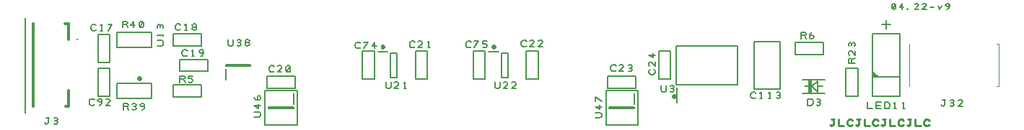
<source format=gto>
G04 DesignSpark PCB Gerber Version 10.0 Build 5299*
G04 #@! TF.Part,Single*
G04 #@! TF.FileFunction,Legend,Top*
G04 #@! TF.FilePolarity,Positive*
%FSLAX35Y35*%
%MOMM*%
%ADD95C,0.10000*%
%ADD93C,0.12700*%
%ADD14C,0.20000*%
%ADD94C,0.25000*%
%ADD10C,0.30000*%
%ADD12C,0.40000*%
G04 #@! TD.AperFunction*
X0Y0D02*
D02*
D10*
X552050Y1856800D02*
Y881800D01*
X972050Y1069300D02*
Y881800D01*
X933500D01*
X972050Y1669300D02*
Y1856800D01*
X927150D01*
D02*
D12*
X1801250Y1210750D02*
X1807500Y1217000D01*
X1801250Y1223250D01*
X1795000Y1217000D01*
X1801250Y1210750D01*
X4656250Y1581750D02*
X4662500Y1588000D01*
X4656250Y1594250D01*
X4650000Y1588000D01*
X4656250Y1581750D01*
X5957250D02*
X5963500Y1588000D01*
X5957250Y1594250D01*
X5951000Y1588000D01*
X5957250Y1581750D01*
X8075930Y1010530D02*
X8069680Y1004280D01*
X8075930Y998030D01*
X8082180Y1004280D01*
X8075930Y1010530D01*
X9667600Y1182800D02*
Y1055800D01*
D02*
D14*
X462180Y1929280D02*
Y811280D01*
X692180Y690530D02*
X698430Y684280D01*
X710930Y678030D01*
X723430Y684280D01*
X729680Y690530D01*
Y753030D01*
X742180D01*
X729680D02*
X704680D01*
X798430Y684280D02*
X810930Y678030D01*
X823430D01*
X835930Y684280D01*
X842180Y696780D01*
X835930Y709280D01*
X823430Y715530D01*
X810930D01*
X823430D02*
X835930Y721780D01*
X842180Y734280D01*
X835930Y746780D01*
X823430Y753030D01*
X810930D01*
X798430Y746780D01*
X1072050Y1669300D02*
G75*
G03*
Y1679300I0J5000D01*
G01*
Y1669300D02*
G75*
G02*
Y1679300I0J5000D01*
G01*
Y1669300D02*
Y1679300D02*
G75*
G02*
Y1669300I0J-5000D01*
G01*
X1274680Y910530D02*
X1268430Y904280D01*
X1255930Y898030D01*
X1237180D01*
X1224680Y904280D01*
X1218430Y910530D01*
X1212180Y923030D01*
Y948030D01*
X1218430Y960530D01*
X1224680Y966780D01*
X1237180Y973030D01*
X1255930D01*
X1268430Y966780D01*
X1274680Y960530D01*
X1330930Y898030D02*
X1343430Y904280D01*
X1355930Y916780D01*
X1362180Y935530D01*
Y954280D01*
X1355930Y966780D01*
X1343430Y973030D01*
X1330930D01*
X1318430Y966780D01*
X1312180Y954280D01*
X1318430Y941780D01*
X1330930Y935530D01*
X1343430D01*
X1355930Y941780D01*
X1362180Y954280D01*
X1462180Y898030D02*
X1412180D01*
X1455930Y941780D01*
X1462180Y954280D01*
X1455930Y966780D01*
X1443430Y973030D01*
X1424680D01*
X1412180Y966780D01*
X1294680Y1790530D02*
X1288430Y1784280D01*
X1275930Y1778030D01*
X1257180D01*
X1244680Y1784280D01*
X1238430Y1790530D01*
X1232180Y1803030D01*
Y1828030D01*
X1238430Y1840530D01*
X1244680Y1846780D01*
X1257180Y1853030D01*
X1275930D01*
X1288430Y1846780D01*
X1294680Y1840530D01*
X1344680Y1778030D02*
X1369680D01*
X1357180D02*
Y1853030D01*
X1344680Y1840530D01*
X1432180Y1778030D02*
X1482180Y1853030D01*
X1432180D01*
X1602180Y1813750D02*
Y1888750D01*
X1645930D01*
X1658430Y1882500D01*
X1664680Y1870000D01*
X1658430Y1857500D01*
X1645930Y1851250D01*
X1602180D01*
X1645930D02*
X1664680Y1813750D01*
X1733430D02*
Y1888750D01*
X1702180Y1838750D01*
X1752180D01*
X1808430Y1820000D02*
X1820930Y1813750D01*
X1833430D01*
X1845930Y1820000D01*
X1852180Y1832500D01*
Y1870000D01*
X1845930Y1882500D01*
X1833430Y1888750D01*
X1820930D01*
X1808430Y1882500D01*
X1802180Y1870000D01*
Y1832500D01*
X1808430Y1820000D01*
X1845930Y1882500D01*
X1612180Y845750D02*
Y920750D01*
X1655930D01*
X1668430Y914500D01*
X1674680Y902000D01*
X1668430Y889500D01*
X1655930Y883250D01*
X1612180D01*
X1655930D02*
X1674680Y845750D01*
X1718430Y852000D02*
X1730930Y845750D01*
X1743430D01*
X1755930Y852000D01*
X1762180Y864500D01*
X1755930Y877000D01*
X1743430Y883250D01*
X1730930D01*
X1743430D02*
X1755930Y889500D01*
X1762180Y902000D01*
X1755930Y914500D01*
X1743430Y920750D01*
X1730930D01*
X1718430Y914500D01*
X1830930Y845750D02*
X1843430Y852000D01*
X1855930Y864500D01*
X1862180Y883250D01*
Y902000D01*
X1855930Y914500D01*
X1843430Y920750D01*
X1830930D01*
X1818430Y914500D01*
X1812180Y902000D01*
X1818430Y889500D01*
X1830930Y883250D01*
X1843430D01*
X1855930Y889500D01*
X1862180Y902000D01*
X1803300Y1223250D02*
G75*
G02*
Y1203250I0J-10000D01*
G01*
Y1223250D02*
G75*
G02*
Y1203250I0J-10000D01*
G01*
G75*
G02*
Y1223250I0J10000D01*
G01*
X2008430Y1599280D02*
X2064680D01*
X2077180Y1605530D01*
X2083430Y1618030D01*
Y1643030D01*
X2077180Y1655530D01*
X2064680Y1661780D01*
X2008430D01*
X2083430Y1711780D02*
Y1736780D01*
Y1724280D02*
X2008430D01*
X2020930Y1711780D01*
X2077180Y1805530D02*
X2083430Y1818030D01*
Y1830530D01*
X2077180Y1843030D01*
X2064680Y1849280D01*
X2052180Y1843030D01*
X2045930Y1830530D01*
Y1818030D01*
Y1830530D02*
X2039680Y1843030D01*
X2027180Y1849280D01*
X2014680Y1843030D01*
X2008430Y1830530D01*
Y1818030D01*
X2014680Y1805530D01*
X2284680Y1795250D02*
X2278430Y1789000D01*
X2265930Y1782750D01*
X2247180D01*
X2234680Y1789000D01*
X2228430Y1795250D01*
X2222180Y1807750D01*
Y1832750D01*
X2228430Y1845250D01*
X2234680Y1851500D01*
X2247180Y1857750D01*
X2265930D01*
X2278430Y1851500D01*
X2284680Y1845250D01*
X2334680Y1782750D02*
X2359680D01*
X2347180D02*
Y1857750D01*
X2334680Y1845250D01*
X2440930Y1820250D02*
X2453430D01*
X2465930Y1826500D01*
X2472180Y1839000D01*
X2465930Y1851500D01*
X2453430Y1857750D01*
X2440930D01*
X2428430Y1851500D01*
X2422180Y1839000D01*
X2428430Y1826500D01*
X2440930Y1820250D01*
X2428430Y1814000D01*
X2422180Y1801500D01*
X2428430Y1789000D01*
X2440930Y1782750D01*
X2453430D01*
X2465930Y1789000D01*
X2472180Y1801500D01*
X2465930Y1814000D01*
X2453430Y1820250D01*
X2277000Y1168750D02*
Y1243750D01*
X2320750D01*
X2333250Y1237500D01*
X2339500Y1225000D01*
X2333250Y1212500D01*
X2320750Y1206250D01*
X2277000D01*
X2320750D02*
X2339500Y1168750D01*
X2377000Y1175000D02*
X2389500Y1168750D01*
X2408250D01*
X2420750Y1175000D01*
X2427000Y1187500D01*
Y1193750D01*
X2420750Y1206250D01*
X2408250Y1212500D01*
X2377000D01*
Y1243750D01*
X2427000D01*
X2364680Y1488250D02*
X2358430Y1482000D01*
X2345930Y1475750D01*
X2327180D01*
X2314680Y1482000D01*
X2308430Y1488250D01*
X2302180Y1500750D01*
Y1525750D01*
X2308430Y1538250D01*
X2314680Y1544500D01*
X2327180Y1550750D01*
X2345930D01*
X2358430Y1544500D01*
X2364680Y1538250D01*
X2414680Y1475750D02*
X2439680D01*
X2427180D02*
Y1550750D01*
X2414680Y1538250D01*
X2520930Y1475750D02*
X2533430Y1482000D01*
X2545930Y1494500D01*
X2552180Y1513250D01*
Y1532000D01*
X2545930Y1544500D01*
X2533430Y1550750D01*
X2520930D01*
X2508430Y1544500D01*
X2502180Y1532000D01*
X2508430Y1519500D01*
X2520930Y1513250D01*
X2533430D01*
X2545930Y1519500D01*
X2552180Y1532000D01*
X2812050Y1201500D02*
Y1326500D01*
X2816050Y1361500D02*
Y1376500D01*
X3108050D01*
Y1361500D01*
X2816050D01*
X2842180Y1673030D02*
Y1616780D01*
X2848430Y1604280D01*
X2860930Y1598030D01*
X2885930D01*
X2898430Y1604280D01*
X2904680Y1616780D01*
Y1673030D01*
X2948430Y1604280D02*
X2960930Y1598030D01*
X2973430D01*
X2985930Y1604280D01*
X2992180Y1616780D01*
X2985930Y1629280D01*
X2973430Y1635530D01*
X2960930D01*
X2973430D02*
X2985930Y1641780D01*
X2992180Y1654280D01*
X2985930Y1666780D01*
X2973430Y1673030D01*
X2960930D01*
X2948430Y1666780D01*
X3060930Y1635530D02*
X3073430D01*
X3085930Y1641780D01*
X3092180Y1654280D01*
X3085930Y1666780D01*
X3073430Y1673030D01*
X3060930D01*
X3048430Y1666780D01*
X3042180Y1654280D01*
X3048430Y1641780D01*
X3060930Y1635530D01*
X3048430Y1629280D01*
X3042180Y1616780D01*
X3048430Y1604280D01*
X3060930Y1598030D01*
X3073430D01*
X3085930Y1604280D01*
X3092180Y1616780D01*
X3085930Y1629280D01*
X3073430Y1635530D01*
X3148430Y759280D02*
X3204680D01*
X3217180Y765530D01*
X3223430Y778030D01*
Y803030D01*
X3217180Y815530D01*
X3204680Y821780D01*
X3148430D01*
X3223430Y890530D02*
X3148430D01*
X3198430Y859280D01*
Y909280D01*
X3204680Y959280D02*
X3192180Y965530D01*
X3185930Y978030D01*
Y990530D01*
X3192180Y1003030D01*
X3204680Y1009280D01*
X3217180Y1003030D01*
X3223430Y990530D01*
Y978030D01*
X3217180Y965530D01*
X3204680Y959280D01*
X3185930D01*
X3167180Y965530D01*
X3154680Y978030D01*
X3148430Y990530D01*
X3276000Y666000D02*
X3654000D01*
Y1074000D01*
X3276000D01*
Y666000D01*
X3384680Y1302250D02*
X3378430Y1296000D01*
X3365930Y1289750D01*
X3347180D01*
X3334680Y1296000D01*
X3328430Y1302250D01*
X3322180Y1314750D01*
Y1339750D01*
X3328430Y1352250D01*
X3334680Y1358500D01*
X3347180Y1364750D01*
X3365930D01*
X3378430Y1358500D01*
X3384680Y1352250D01*
X3472180Y1289750D02*
X3422180D01*
X3465930Y1333500D01*
X3472180Y1346000D01*
X3465930Y1358500D01*
X3453430Y1364750D01*
X3434680D01*
X3422180Y1358500D01*
X3528430Y1296000D02*
X3540930Y1289750D01*
X3553430D01*
X3565930Y1296000D01*
X3572180Y1308500D01*
Y1346000D01*
X3565930Y1358500D01*
X3553430Y1364750D01*
X3540930D01*
X3528430Y1358500D01*
X3522180Y1346000D01*
Y1308500D01*
X3528430Y1296000D01*
X3565930Y1358500D01*
X3608050Y876500D02*
Y861500D01*
X3316050D01*
Y876500D01*
X3608050D01*
X3612050Y1036500D02*
Y911500D01*
X4394680Y1580530D02*
X4388430Y1574280D01*
X4375930Y1568030D01*
X4357180D01*
X4344680Y1574280D01*
X4338430Y1580530D01*
X4332180Y1593030D01*
Y1618030D01*
X4338430Y1630530D01*
X4344680Y1636780D01*
X4357180Y1643030D01*
X4375930D01*
X4388430Y1636780D01*
X4394680Y1630530D01*
X4432180Y1568030D02*
X4482180Y1643030D01*
X4432180D01*
X4563430Y1568030D02*
Y1643030D01*
X4532180Y1593030D01*
X4582180D01*
X4599550Y1529000D02*
X4714550D01*
X4692180Y1173030D02*
Y1116780D01*
X4698430Y1104280D01*
X4710930Y1098030D01*
X4735930D01*
X4748430Y1104280D01*
X4754680Y1116780D01*
Y1173030D01*
X4842180Y1098030D02*
X4792180D01*
X4835930Y1141780D01*
X4842180Y1154280D01*
X4835930Y1166780D01*
X4823430Y1173030D01*
X4804680D01*
X4792180Y1166780D01*
X4904680Y1098030D02*
X4929680D01*
X4917180D02*
Y1173030D01*
X4904680Y1160530D01*
X4749550Y1514000D02*
X4824550D01*
Y1224000D01*
X4749550D01*
Y1514000D01*
X5034680Y1590530D02*
X5028430Y1584280D01*
X5015930Y1578030D01*
X4997180D01*
X4984680Y1584280D01*
X4978430Y1590530D01*
X4972180Y1603030D01*
Y1628030D01*
X4978430Y1640530D01*
X4984680Y1646780D01*
X4997180Y1653030D01*
X5015930D01*
X5028430Y1646780D01*
X5034680Y1640530D01*
X5122180Y1578030D02*
X5072180D01*
X5115930Y1621780D01*
X5122180Y1634280D01*
X5115930Y1646780D01*
X5103430Y1653030D01*
X5084680D01*
X5072180Y1646780D01*
X5184680Y1578030D02*
X5209680D01*
X5197180D02*
Y1653030D01*
X5184680Y1640530D01*
X5694680Y1590530D02*
X5688430Y1584280D01*
X5675930Y1578030D01*
X5657180D01*
X5644680Y1584280D01*
X5638430Y1590530D01*
X5632180Y1603030D01*
Y1628030D01*
X5638430Y1640530D01*
X5644680Y1646780D01*
X5657180Y1653030D01*
X5675930D01*
X5688430Y1646780D01*
X5694680Y1640530D01*
X5732180Y1578030D02*
X5782180Y1653030D01*
X5732180D01*
X5832180Y1584280D02*
X5844680Y1578030D01*
X5863430D01*
X5875930Y1584280D01*
X5882180Y1596780D01*
Y1603030D01*
X5875930Y1615530D01*
X5863430Y1621780D01*
X5832180D01*
Y1653030D01*
X5882180D01*
X5899500Y1529000D02*
X6014500D01*
X5972180Y1173030D02*
Y1116780D01*
X5978430Y1104280D01*
X5990930Y1098030D01*
X6015930D01*
X6028430Y1104280D01*
X6034680Y1116780D01*
Y1173030D01*
X6122180Y1098030D02*
X6072180D01*
X6115930Y1141780D01*
X6122180Y1154280D01*
X6115930Y1166780D01*
X6103430Y1173030D01*
X6084680D01*
X6072180Y1166780D01*
X6222180Y1098030D02*
X6172180D01*
X6215930Y1141780D01*
X6222180Y1154280D01*
X6215930Y1166780D01*
X6203430Y1173030D01*
X6184680D01*
X6172180Y1166780D01*
X6049500Y1514000D02*
X6124500D01*
Y1224000D01*
X6049500D01*
Y1514000D01*
X6344680Y1600530D02*
X6338430Y1594280D01*
X6325930Y1588030D01*
X6307180D01*
X6294680Y1594280D01*
X6288430Y1600530D01*
X6282180Y1613030D01*
Y1638030D01*
X6288430Y1650530D01*
X6294680Y1656780D01*
X6307180Y1663030D01*
X6325930D01*
X6338430Y1656780D01*
X6344680Y1650530D01*
X6432180Y1588030D02*
X6382180D01*
X6425930Y1631780D01*
X6432180Y1644280D01*
X6425930Y1656780D01*
X6413430Y1663030D01*
X6394680D01*
X6382180Y1656780D01*
X6532180Y1588030D02*
X6482180D01*
X6525930Y1631780D01*
X6532180Y1644280D01*
X6525930Y1656780D01*
X6513430Y1663030D01*
X6494680D01*
X6482180Y1656780D01*
X7148430Y749280D02*
X7204680D01*
X7217180Y755530D01*
X7223430Y768030D01*
Y793030D01*
X7217180Y805530D01*
X7204680Y811780D01*
X7148430D01*
X7223430Y880530D02*
X7148430D01*
X7198430Y849280D01*
Y899280D01*
X7223430Y949280D02*
X7148430Y999280D01*
Y949280D01*
X7274000Y666000D02*
X7652000D01*
Y1074000D01*
X7274000D01*
Y666000D01*
X7394680Y1310530D02*
X7388430Y1304280D01*
X7375930Y1298030D01*
X7357180D01*
X7344680Y1304280D01*
X7338430Y1310530D01*
X7332180Y1323030D01*
Y1348030D01*
X7338430Y1360530D01*
X7344680Y1366780D01*
X7357180Y1373030D01*
X7375930D01*
X7388430Y1366780D01*
X7394680Y1360530D01*
X7482180Y1298030D02*
X7432180D01*
X7475930Y1341780D01*
X7482180Y1354280D01*
X7475930Y1366780D01*
X7463430Y1373030D01*
X7444680D01*
X7432180Y1366780D01*
X7538430Y1304280D02*
X7550930Y1298030D01*
X7563430D01*
X7575930Y1304280D01*
X7582180Y1316780D01*
X7575930Y1329280D01*
X7563430Y1335530D01*
X7550930D01*
X7563430D02*
X7575930Y1341780D01*
X7582180Y1354280D01*
X7575930Y1366780D01*
X7563430Y1373030D01*
X7550930D01*
X7538430Y1366780D01*
X7608050Y876800D02*
Y861800D01*
X7316050D01*
Y876800D01*
X7608050D01*
X7612050Y1036800D02*
Y911800D01*
X7840930Y1321780D02*
X7847180Y1315530D01*
X7853430Y1303030D01*
Y1284280D01*
X7847180Y1271780D01*
X7840930Y1265530D01*
X7828430Y1259280D01*
X7803430D01*
X7790930Y1265530D01*
X7784680Y1271780D01*
X7778430Y1284280D01*
Y1303030D01*
X7784680Y1315530D01*
X7790930Y1321780D01*
X7853430Y1409280D02*
Y1359280D01*
X7809680Y1403030D01*
X7797180Y1409280D01*
X7784680Y1403030D01*
X7778430Y1390530D01*
Y1371780D01*
X7784680Y1359280D01*
X7853430Y1490530D02*
X7778430D01*
X7828430Y1459280D01*
Y1509280D01*
X7922180Y1133030D02*
Y1076780D01*
X7928430Y1064280D01*
X7940930Y1058030D01*
X7965930D01*
X7978430Y1064280D01*
X7984680Y1076780D01*
Y1133030D01*
X8028430Y1064280D02*
X8040930Y1058030D01*
X8053430D01*
X8065930Y1064280D01*
X8072180Y1076780D01*
X8065930Y1089280D01*
X8053430Y1095530D01*
X8040930D01*
X8053430D02*
X8065930Y1101780D01*
X8072180Y1114280D01*
X8065930Y1126780D01*
X8053430Y1133030D01*
X8040930D01*
X8028430Y1126780D01*
X8102050Y1139300D02*
Y1599300D01*
X8822050D01*
Y1139300D01*
X8102050D01*
X8112050Y924300D02*
Y1104300D01*
X9034680Y990530D02*
X9028430Y984280D01*
X9015930Y978030D01*
X8997180D01*
X8984680Y984280D01*
X8978430Y990530D01*
X8972180Y1003030D01*
Y1028030D01*
X8978430Y1040530D01*
X8984680Y1046780D01*
X8997180Y1053030D01*
X9015930D01*
X9028430Y1046780D01*
X9034680Y1040530D01*
X9084680Y978030D02*
X9109680D01*
X9097180D02*
Y1053030D01*
X9084680Y1040530D01*
X9184680Y978030D02*
X9209680D01*
X9197180D02*
Y1053030D01*
X9184680Y1040530D01*
X9278430Y984280D02*
X9290930Y978030D01*
X9303430D01*
X9315930Y984280D01*
X9322180Y996780D01*
X9315930Y1009280D01*
X9303430Y1015530D01*
X9290930D01*
X9303430D02*
X9315930Y1021780D01*
X9322180Y1034280D01*
X9315930Y1046780D01*
X9303430Y1053030D01*
X9290930D01*
X9278430Y1046780D01*
X9563000Y1684750D02*
Y1759750D01*
X9606750D01*
X9619250Y1753500D01*
X9625500Y1741000D01*
X9619250Y1728500D01*
X9606750Y1722250D01*
X9563000D01*
X9606750D02*
X9625500Y1684750D01*
X9663000Y1703500D02*
X9669250Y1716000D01*
X9681750Y1722250D01*
X9694250D01*
X9706750Y1716000D01*
X9713000Y1703500D01*
X9706750Y1691000D01*
X9694250Y1684750D01*
X9681750D01*
X9669250Y1691000D01*
X9663000Y1703500D01*
Y1722250D01*
X9669250Y1741000D01*
X9681750Y1753500D01*
X9694250Y1759750D01*
X9577050Y1039300D02*
X9847050D01*
X9642180Y898030D02*
Y973030D01*
X9679680D01*
X9692180Y966780D01*
X9698430Y960530D01*
X9704680Y948030D01*
Y923030D01*
X9698430Y910530D01*
X9692180Y904280D01*
X9679680Y898030D01*
X9642180D01*
X9748430Y904280D02*
X9760930Y898030D01*
X9773430D01*
X9785930Y904280D01*
X9792180Y916780D01*
X9785930Y929280D01*
X9773430Y935530D01*
X9760930D01*
X9773430D02*
X9785930Y941780D01*
X9792180Y954280D01*
X9785930Y966780D01*
X9773430Y973030D01*
X9760930D01*
X9748430Y966780D01*
X9648550Y1119300D02*
X9693000D01*
X9756500Y1182800D01*
Y1055800D01*
X9693000Y1119300D01*
X9648550D01*
X9667600D02*
X9604100D01*
X9756500D02*
X9820000D01*
X9847050Y1199300D02*
X9585050D01*
X10197250Y1391000D02*
X10122250D01*
Y1434750D01*
X10128500Y1447250D01*
X10141000Y1453500D01*
X10153500Y1447250D01*
X10159750Y1434750D01*
Y1391000D01*
Y1434750D02*
X10197250Y1453500D01*
Y1541000D02*
Y1491000D01*
X10153500Y1534750D01*
X10141000Y1541000D01*
X10128500Y1534750D01*
X10122250Y1522250D01*
Y1503500D01*
X10128500Y1491000D01*
X10191000Y1597250D02*
X10197250Y1609750D01*
Y1622250D01*
X10191000Y1634750D01*
X10178500Y1641000D01*
X10166000Y1634750D01*
X10159750Y1622250D01*
Y1609750D01*
Y1622250D02*
X10153500Y1634750D01*
X10141000Y1641000D01*
X10128500Y1634750D01*
X10122250Y1622250D01*
Y1609750D01*
X10128500Y1597250D01*
X10344000Y933030D02*
Y858030D01*
X10406500D01*
X10444000D02*
Y933030D01*
X10506500D01*
X10494000Y895530D02*
X10444000D01*
Y858030D02*
X10506500D01*
X10544000D02*
Y933030D01*
X10581500D01*
X10594000Y926780D01*
X10600250Y920530D01*
X10606500Y908030D01*
Y883030D01*
X10600250Y870530D01*
X10594000Y864280D01*
X10581500Y858030D01*
X10544000D01*
X10656500D02*
X10681500D01*
X10669000D02*
Y933030D01*
X10656500Y920530D01*
X10756500Y858030D02*
X10781500D01*
X10769000D02*
Y933030D01*
X10756500Y920530D01*
X10403250Y1235950D02*
X10447700D01*
X10409600Y1274050D01*
Y1242300D01*
Y1229600D02*
X10727100D01*
X10409600Y1235950D02*
X10428650Y1255000D01*
X10409600Y1286750D02*
X10466750Y1229600D01*
X10511000Y1849500D02*
X10611000D01*
X10561000Y1799500D02*
Y1899500D01*
X10635630Y2035500D02*
X10646880Y2029880D01*
X10658130D01*
X10669380Y2035500D01*
X10675000Y2046750D01*
Y2080500D01*
X10669380Y2091750D01*
X10658130Y2097380D01*
X10646880D01*
X10635630Y2091750D01*
X10630000Y2080500D01*
Y2046750D01*
X10635630Y2035500D01*
X10669380Y2091750D01*
X10748130Y2029880D02*
Y2097380D01*
X10720000Y2052380D01*
X10765000D01*
X10815630Y2029880D02*
X10821250Y2035500D01*
X10815630Y2041130D01*
X10810000Y2035500D01*
X10815630Y2029880D01*
X10945000D02*
X10900000D01*
X10939380Y2069250D01*
X10945000Y2080500D01*
X10939380Y2091750D01*
X10928130Y2097380D01*
X10911250D01*
X10900000Y2091750D01*
X11035000Y2029880D02*
X10990000D01*
X11029380Y2069250D01*
X11035000Y2080500D01*
X11029380Y2091750D01*
X11018130Y2097380D01*
X11001250D01*
X10990000Y2091750D01*
X11080000Y2052380D02*
X11125000D01*
X11170000Y2074880D02*
X11192500Y2029880D01*
X11215000Y2074880D01*
X11276880Y2029880D02*
X11288130Y2035500D01*
X11299380Y2046750D01*
X11305000Y2063630D01*
Y2080500D01*
X11299380Y2091750D01*
X11288130Y2097380D01*
X11276880D01*
X11265630Y2091750D01*
X11260000Y2080500D01*
X11265630Y2069250D01*
X11276880Y2063630D01*
X11288130D01*
X11299380Y2069250D01*
X11305000Y2080500D01*
X11210000Y899250D02*
X11216250Y893000D01*
X11228750Y886750D01*
X11241250Y893000D01*
X11247500Y899250D01*
Y961750D01*
X11260000D01*
X11247500D02*
X11222500D01*
X11316250Y893000D02*
X11328750Y886750D01*
X11341250D01*
X11353750Y893000D01*
X11360000Y905500D01*
X11353750Y918000D01*
X11341250Y924250D01*
X11328750D01*
X11341250D02*
X11353750Y930500D01*
X11360000Y943000D01*
X11353750Y955500D01*
X11341250Y961750D01*
X11328750D01*
X11316250Y955500D01*
X11460000Y886750D02*
X11410000D01*
X11453750Y930500D01*
X11460000Y943000D01*
X11453750Y955500D01*
X11441250Y961750D01*
X11422500D01*
X11410000Y955500D01*
D02*
D93*
X1456900Y1016880D02*
Y1334380D01*
X1317200D01*
Y1004180D01*
X1456900D01*
Y1016880D01*
Y1416880D02*
Y1734380D01*
X1317200D01*
Y1404180D01*
X1456900D01*
Y1416880D01*
X1940250Y1158200D02*
X1533850D01*
Y980400D01*
X1940250D01*
Y1158200D01*
Y1758200D02*
X1533850D01*
Y1580400D01*
X1940250D01*
Y1758200D01*
X2209650Y1599450D02*
X2527150D01*
Y1739150D01*
X2196950D01*
Y1599450D01*
X2209650D01*
X2514450Y1139150D02*
X2196950D01*
Y999450D01*
X2527150D01*
Y1139150D01*
X2514450D01*
X2589450Y1439150D02*
X2271950D01*
Y1299450D01*
X2602150D01*
Y1439150D01*
X2589450D01*
X3614450Y1239150D02*
X3296950D01*
Y1099450D01*
X3627150D01*
Y1239150D01*
X3614450D01*
X4417200Y1521400D02*
Y1203900D01*
X4556900D01*
Y1534100D01*
X4417200D01*
Y1521400D01*
X5042200D02*
Y1203900D01*
X5181900D01*
Y1534100D01*
X5042200D01*
Y1521400D01*
X5717200D02*
Y1203900D01*
X5856900D01*
Y1534100D01*
X5717200D01*
Y1521400D01*
X6342200D02*
Y1203900D01*
X6481900D01*
Y1534100D01*
X6342200D01*
Y1521400D01*
X7614450Y1239150D02*
X7296950D01*
Y1099450D01*
X7627150D01*
Y1239150D01*
X7614450D01*
X7892200Y1521700D02*
Y1204200D01*
X8031900D01*
Y1534400D01*
X7892200D01*
Y1521700D01*
X9314450Y1089900D02*
Y1648700D01*
X9009650D01*
Y1089900D01*
X9314450D01*
X9814450Y1639150D02*
X9496950D01*
Y1499450D01*
X9827150D01*
Y1639150D01*
X9814450D01*
X10092200Y1321700D02*
Y1004200D01*
X10231900D01*
Y1334400D01*
X10092200D01*
Y1321700D01*
X10722500Y1005500D02*
Y1737850D01*
X10401700D01*
Y1005500D01*
X10722500D01*
D02*
D94*
X9905000Y668250D02*
X9911250Y662000D01*
X9923750Y655750D01*
X9936250Y662000D01*
X9942500Y668250D01*
Y730750D01*
X9955000D01*
X9942500D02*
X9917500D01*
X10005000D02*
Y655750D01*
X10067500D01*
X10167500Y668250D02*
X10161250Y662000D01*
X10148750Y655750D01*
X10130000D01*
X10117500Y662000D01*
X10111250Y668250D01*
X10105000Y680750D01*
Y705750D01*
X10111250Y718250D01*
X10117500Y724500D01*
X10130000Y730750D01*
X10148750D01*
X10161250Y724500D01*
X10167500Y718250D01*
X10205000Y668250D02*
X10211250Y662000D01*
X10223750Y655750D01*
X10236250Y662000D01*
X10242500Y668250D01*
Y730750D01*
X10255000D01*
X10242500D02*
X10217500D01*
X10305000D02*
Y655750D01*
X10367500D01*
X10467500Y668250D02*
X10461250Y662000D01*
X10448750Y655750D01*
X10430000D01*
X10417500Y662000D01*
X10411250Y668250D01*
X10405000Y680750D01*
Y705750D01*
X10411250Y718250D01*
X10417500Y724500D01*
X10430000Y730750D01*
X10448750D01*
X10461250Y724500D01*
X10467500Y718250D01*
X10505000Y668250D02*
X10511250Y662000D01*
X10523750Y655750D01*
X10536250Y662000D01*
X10542500Y668250D01*
Y730750D01*
X10555000D01*
X10542500D02*
X10517500D01*
X10605000D02*
Y655750D01*
X10667500D01*
X10767500Y668250D02*
X10761250Y662000D01*
X10748750Y655750D01*
X10730000D01*
X10717500Y662000D01*
X10711250Y668250D01*
X10705000Y680750D01*
Y705750D01*
X10711250Y718250D01*
X10717500Y724500D01*
X10730000Y730750D01*
X10748750D01*
X10761250Y724500D01*
X10767500Y718250D01*
X10805000Y668250D02*
X10811250Y662000D01*
X10823750Y655750D01*
X10836250Y662000D01*
X10842500Y668250D01*
Y730750D01*
X10855000D01*
X10842500D02*
X10817500D01*
X10905000D02*
Y655750D01*
X10967500D01*
X11067500Y668250D02*
X11061250Y662000D01*
X11048750Y655750D01*
X11030000D01*
X11017500Y662000D01*
X11011250Y668250D01*
X11005000Y680750D01*
Y705750D01*
X11011250Y718250D01*
X11017500Y724500D01*
X11030000Y730750D01*
X11048750D01*
X11061250Y724500D01*
X11067500Y718250D01*
D02*
D95*
X552050Y881800D02*
Y1856800D02*
Y881800D01*
Y1856800D02*
X972050Y881800D02*
Y1069300D01*
Y881800D02*
Y1069300D02*
Y1669300D02*
Y1856800D01*
Y1669300D02*
Y1856800D02*
X10837000Y1619000D02*
Y1119000D01*
X11862000Y1619000D02*
X11887000D01*
Y1119000D01*
X11862000D01*
X0Y0D02*
M02*

</source>
